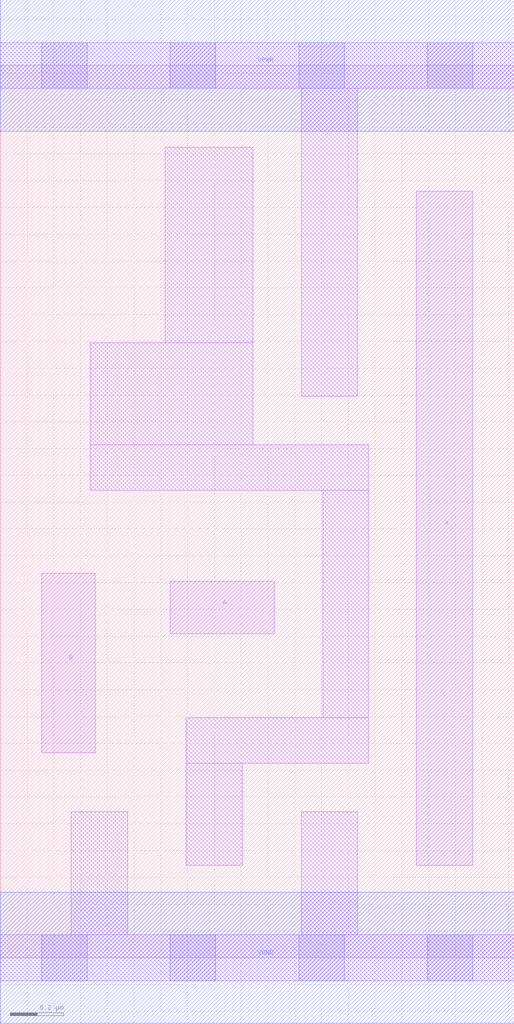
<source format=lef>
# Copyright 2020 The SkyWater PDK Authors
#
# Licensed under the Apache License, Version 2.0 (the "License");
# you may not use this file except in compliance with the License.
# You may obtain a copy of the License at
#
#     https://www.apache.org/licenses/LICENSE-2.0
#
# Unless required by applicable law or agreed to in writing, software
# distributed under the License is distributed on an "AS IS" BASIS,
# WITHOUT WARRANTIES OR CONDITIONS OF ANY KIND, either express or implied.
# See the License for the specific language governing permissions and
# limitations under the License.
#
# SPDX-License-Identifier: Apache-2.0

VERSION 5.7 ;
  NAMESCASESENSITIVE ON ;
  NOWIREEXTENSIONATPIN ON ;
  DIVIDERCHAR "/" ;
  BUSBITCHARS "[]" ;
UNITS
  DATABASE MICRONS 200 ;
END UNITS
MACRO sky130_fd_sc_lp__or2_m
  CLASS CORE ;
  FOREIGN sky130_fd_sc_lp__or2_m ;
  ORIGIN  0.000000  0.000000 ;
  SIZE  1.920000 BY  3.330000 ;
  SYMMETRY X Y R90 ;
  SITE unit ;
  PIN A
    ANTENNAGATEAREA  0.126000 ;
    DIRECTION INPUT ;
    USE SIGNAL ;
    PORT
      LAYER li1 ;
        RECT 0.635000 1.210000 1.025000 1.405000 ;
    END
  END A
  PIN B
    ANTENNAGATEAREA  0.126000 ;
    DIRECTION INPUT ;
    USE SIGNAL ;
    PORT
      LAYER li1 ;
        RECT 0.155000 0.765000 0.355000 1.435000 ;
    END
  END B
  PIN X
    ANTENNADIFFAREA  0.222600 ;
    DIRECTION OUTPUT ;
    USE SIGNAL ;
    PORT
      LAYER li1 ;
        RECT 1.555000 0.345000 1.765000 2.860000 ;
    END
  END X
  PIN VGND
    DIRECTION INOUT ;
    USE GROUND ;
    PORT
      LAYER met1 ;
        RECT 0.000000 -0.245000 1.920000 0.245000 ;
    END
  END VGND
  PIN VPWR
    DIRECTION INOUT ;
    USE POWER ;
    PORT
      LAYER met1 ;
        RECT 0.000000 3.085000 1.920000 3.575000 ;
    END
  END VPWR
  OBS
    LAYER li1 ;
      RECT 0.000000 -0.085000 1.920000 0.085000 ;
      RECT 0.000000  3.245000 1.920000 3.415000 ;
      RECT 0.265000  0.085000 0.475000 0.545000 ;
      RECT 0.335000  1.745000 1.375000 1.915000 ;
      RECT 0.335000  1.915000 0.945000 2.295000 ;
      RECT 0.615000  2.295000 0.945000 3.025000 ;
      RECT 0.695000  0.345000 0.905000 0.725000 ;
      RECT 0.695000  0.725000 1.375000 0.895000 ;
      RECT 1.125000  0.085000 1.335000 0.545000 ;
      RECT 1.125000  2.095000 1.335000 3.245000 ;
      RECT 1.205000  0.895000 1.375000 1.745000 ;
    LAYER mcon ;
      RECT 0.155000 -0.085000 0.325000 0.085000 ;
      RECT 0.155000  3.245000 0.325000 3.415000 ;
      RECT 0.635000 -0.085000 0.805000 0.085000 ;
      RECT 0.635000  3.245000 0.805000 3.415000 ;
      RECT 1.115000 -0.085000 1.285000 0.085000 ;
      RECT 1.115000  3.245000 1.285000 3.415000 ;
      RECT 1.595000 -0.085000 1.765000 0.085000 ;
      RECT 1.595000  3.245000 1.765000 3.415000 ;
  END
END sky130_fd_sc_lp__or2_m
END LIBRARY

</source>
